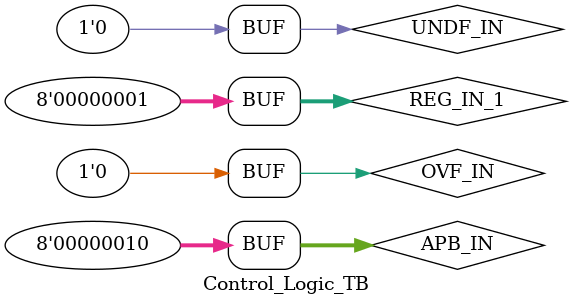
<source format=v>
module Control_Logic_TB;
	reg		OVF_IN;
	reg		UNDF_IN;
	reg	[7:0]	REG_IN_1;
	reg	[7:0]	APB_IN;
	wire	[7:0]	TSR;
	wire	[1:0]	REG_OUT_2;
	wire	[1:0]	CLK_SEL_OUT;
	
	Control_Logic_RTL Control_Logic_dut(
		.OVF_IN(OVF_IN),
		.UNDF_IN(UNDF_IN),
		.REG_IN_1(REG_IN_1),
		.REG_OUT_2(REG_OUT_2),
		.CLK_SEL_OUT(CLK_SEL_OUT)
	);
	TSR_module TSR_module_dut(
		.CL_IN(REG_OUT_2),
		.APB_IN(APB_IN),
		.TSR(TSR)
	);

	initial begin
		APB_IN		=	8'h00;
		OVF_IN		=	8'h00;
		UNDF_IN		=	8'h00;
		REG_IN_1	=	8'h01;
		#100
		OVF_IN		=	8'h01;
		#100
		UNDF_IN		=	8'h01;
		OVF_IN		=	8'h00;	


		#100
		UNDF_IN		=	8'h00;
		APB_IN		=	8'h01;
		#100
		APB_IN		=	8'h02;
	end
endmodule

</source>
